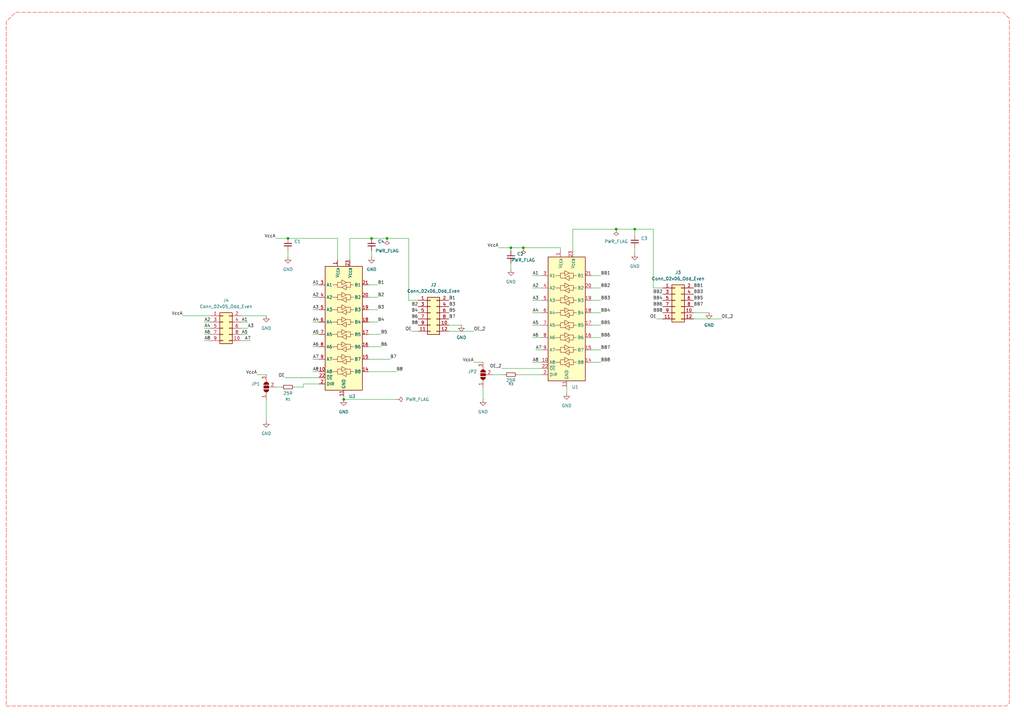
<source format=kicad_sch>
(kicad_sch (version 20250114) (generator "eeschema") (generator_version "9.0")
  (paper "A3")
  (lib_symbols
    (symbol "Connector_Generic:Conn_02x05_Odd_Even" (pin_names (offset 1.016) (hide yes))
      (property "Reference" "J" (at 1.27 7.62 0))
      (property "Value" "Conn_02x05_Odd_Even" (at 1.27 -7.62 0))
      (symbol "Conn_02x05_Odd_Even_1_1"
        (rectangle (start -1.27 6.35) (end 3.81 -6.35) (stroke (width 0.254)) (fill (type background)))
        (rectangle (start -1.27 5.207) (end 0 4.953) (stroke (width 0.1524)))
        (rectangle (start -1.27 2.667) (end 0 2.413) (stroke (width 0.1524)))
        (rectangle (start -1.27 0.127) (end 0 -0.127) (stroke (width 0.1524)))
        (rectangle (start -1.27 -2.413) (end 0 -2.667) (stroke (width 0.1524)))
        (rectangle (start -1.27 -4.953) (end 0 -5.207) (stroke (width 0.1524)))
        (rectangle (start 3.81 5.207) (end 2.54 4.953) (stroke (width 0.1524)))
        (rectangle (start 3.81 2.667) (end 2.54 2.413) (stroke (width 0.1524)))
        (rectangle (start 3.81 0.127) (end 2.54 -0.127) (stroke (width 0.1524)))
        (rectangle (start 3.81 -2.413) (end 2.54 -2.667) (stroke (width 0.1524)))
        (rectangle (start 3.81 -4.953) (end 2.54 -5.207) (stroke (width 0.1524)))
        (pin passive line (at -5.08 5.08 0) (length 3.81) (name "Pin_1") (number "1"))
        (pin passive line (at -5.08 2.54 0) (length 3.81) (name "Pin_3") (number "3"))
        (pin passive line (at -5.08 0 0) (length 3.81) (name "Pin_5") (number "5"))
        (pin passive line (at -5.08 -2.54 0) (length 3.81) (name "Pin_7") (number "7"))
        (pin passive line (at -5.08 -5.08 0) (length 3.81) (name "Pin_9") (number "9"))
        (pin passive line (at 7.62 5.08 180) (length 3.81) (name "Pin_2") (number "2"))
        (pin passive line (at 7.62 2.54 180) (length 3.81) (name "Pin_4") (number "4"))
        (pin passive line (at 7.62 0 180) (length 3.81) (name "Pin_6") (number "6"))
        (pin passive line (at 7.62 -2.54 180) (length 3.81) (name "Pin_8") (number "8"))
        (pin passive line (at 7.62 -5.08 180) (length 3.81) (name "Pin_10") (number "10"))
      )
    )
    (symbol "Connector_Generic:Conn_02x06_Odd_Even" (pin_names (offset 1.016) (hide yes))
      (property "Reference" "J" (at 1.27 7.62 0))
      (property "Value" "Conn_02x06_Odd_Even" (at 1.27 -10.16 0))
      (symbol "Conn_02x06_Odd_Even_1_1"
        (rectangle (start -1.27 6.35) (end 3.81 -8.89) (stroke (width 0.254)) (fill (type background)))
        (rectangle (start -1.27 5.207) (end 0 4.953) (stroke (width 0.1524)))
        (rectangle (start -1.27 2.667) (end 0 2.413) (stroke (width 0.1524)))
        (rectangle (start -1.27 0.127) (end 0 -0.127) (stroke (width 0.1524)))
        (rectangle (start -1.27 -2.413) (end 0 -2.667) (stroke (width 0.1524)))
        (rectangle (start -1.27 -4.953) (end 0 -5.207) (stroke (width 0.1524)))
        (rectangle (start -1.27 -7.493) (end 0 -7.747) (stroke (width 0.1524)))
        (rectangle (start 3.81 5.207) (end 2.54 4.953) (stroke (width 0.1524)))
        (rectangle (start 3.81 2.667) (end 2.54 2.413) (stroke (width 0.1524)))
        (rectangle (start 3.81 0.127) (end 2.54 -0.127) (stroke (width 0.1524)))
        (rectangle (start 3.81 -2.413) (end 2.54 -2.667) (stroke (width 0.1524)))
        (rectangle (start 3.81 -4.953) (end 2.54 -5.207) (stroke (width 0.1524)))
        (rectangle (start 3.81 -7.493) (end 2.54 -7.747) (stroke (width 0.1524)))
        (pin passive line (at -5.08 5.08 0) (length 3.81) (name "Pin_1") (number "1"))
        (pin passive line (at -5.08 2.54 0) (length 3.81) (name "Pin_3") (number "3"))
        (pin passive line (at -5.08 0 0) (length 3.81) (name "Pin_5") (number "5"))
        (pin passive line (at -5.08 -2.54 0) (length 3.81) (name "Pin_7") (number "7"))
        (pin passive line (at -5.08 -5.08 0) (length 3.81) (name "Pin_9") (number "9"))
        (pin passive line (at -5.08 -7.62 0) (length 3.81) (name "Pin_11") (number "11"))
        (pin passive line (at 7.62 5.08 180) (length 3.81) (name "Pin_2") (number "2"))
        (pin passive line (at 7.62 2.54 180) (length 3.81) (name "Pin_4") (number "4"))
        (pin passive line (at 7.62 0 180) (length 3.81) (name "Pin_6") (number "6"))
        (pin passive line (at 7.62 -2.54 180) (length 3.81) (name "Pin_8") (number "8"))
        (pin passive line (at 7.62 -5.08 180) (length 3.81) (name "Pin_10") (number "10"))
        (pin passive line (at 7.62 -7.62 180) (length 3.81) (name "Pin_12") (number "12"))
      )
    )
    (symbol "Device:C_Small" (pin_numbers (hide yes)) (pin_names (offset 0.254) (hide yes))
      (property "Reference" "C" (at 0.254 1.778 0))
      (property "Value" "C_Small" (at 0.254 -2.032 0))
      (symbol "C_Small_0_1"
        (polyline (pts (xy -1.524 0.508) (xy 1.524 0.508)) (stroke (width 0.3048)))
        (polyline (pts (xy -1.524 -0.508) (xy 1.524 -0.508)) (stroke (width 0.3302)))
      )
      (symbol "C_Small_1_1"
        (pin passive line (at 0 2.54 270) (length 2.032) (name "~") (number "1"))
        (pin passive line (at 0 -2.54 90) (length 2.032) (name "~") (number "2"))
      )
    )
    (symbol "Device:R_Small" (pin_numbers (hide yes)) (pin_names (offset 0.254) (hide yes))
      (property "Reference" "R" (at 0 0 90))
      (property "Value" "R_Small" (at 1.778 0 90))
      (symbol "R_Small_0_1"
        (rectangle (start -0.762 1.778) (end 0.762 -1.778) (stroke (width 0.2032)))
      )
      (symbol "R_Small_1_1"
        (pin passive line (at 0 2.54 270) (length 0.762) (name "~") (number "1"))
        (pin passive line (at 0 -2.54 90) (length 0.762) (name "~") (number "2"))
      )
    )
    (symbol "Jumper:SolderJumper_3_Open" (pin_names (offset 0) (hide yes)) (in_bom no)
      (property "Reference" "JP" (at -2.54 -2.54 0))
      (property "Value" "SolderJumper_3_Open" (at 0 2.794 0))
      (symbol "SolderJumper_3_Open_0_1"
        (polyline (pts (xy -2.54 0) (xy -2.032 0)))
        (polyline (pts (xy -1.016 1.016) (xy -1.016 -1.016)))
        (arc (start -1.016 -1.016) (mid -2.0276 0) (end -1.016 1.016))
        (arc (start -1.016 -1.016) (mid -2.0276 0) (end -1.016 1.016) (fill (type outline)))
        (rectangle (start -0.508 1.016) (end 0.508 -1.016) (fill (type outline)))
        (polyline (pts (xy 0 -1.27) (xy 0 -1.016)))
        (arc (start 1.016 1.016) (mid 2.0276 0) (end 1.016 -1.016))
        (arc (start 1.016 1.016) (mid 2.0276 0) (end 1.016 -1.016) (fill (type outline)))
        (polyline (pts (xy 1.016 1.016) (xy 1.016 -1.016)))
        (polyline (pts (xy 2.54 0) (xy 2.032 0)))
      )
      (symbol "SolderJumper_3_Open_1_1"
        (pin passive line (at -5.08 0 0) (length 2.54) (name "A") (number "1"))
        (pin passive line (at 0 -3.81 90) (length 2.54) (name "C") (number "2"))
        (pin passive line (at 5.08 0 180) (length 2.54) (name "B") (number "3"))
      )
    )
    (symbol "Logic_LevelTranslator:SN74LVC8T245"
      (property "Reference" "U" (at -6.35 27.94 0))
      (property "Value" "SN74LVC8T245" (at 3.81 27.94 0))
      (symbol "SN74LVC8T245_0_1"
        (rectangle (start -7.62 25.4) (end 7.62 -25.4) (stroke (width 0.254)) (fill (type background)))
        (polyline (pts (xy -2.54 17.78) (xy -2.54 18.796) (xy -0.762 18.796)))
        (polyline (pts (xy -2.54 7.62) (xy -2.54 8.636) (xy -0.762 8.636)))
        (polyline (pts (xy -2.54 -2.54) (xy -2.54 -1.524) (xy -0.762 -1.524)))
        (polyline (pts (xy -2.54 -12.7) (xy -2.54 -11.684) (xy -0.762 -11.684)))
        (polyline (pts (xy -0.762 17.78) (xy -0.762 19.812) (xy 1.016 18.796) (xy -0.762 17.78)))
        (polyline (pts (xy -0.762 16.764) (xy -2.54 16.764) (xy -2.54 17.78) (xy -4.572 17.78)))
        (polyline (pts (xy -0.762 7.62) (xy -0.762 9.652) (xy 1.016 8.636) (xy -0.762 7.62)))
        (polyline (pts (xy -0.762 6.604) (xy -2.54 6.604) (xy -2.54 7.62) (xy -4.572 7.62)))
        (polyline (pts (xy -0.762 -2.54) (xy -0.762 -0.508) (xy 1.016 -1.524) (xy -0.762 -2.54)))
        (polyline (pts (xy -0.762 -3.556) (xy -2.54 -3.556) (xy -2.54 -2.54) (xy -4.572 -2.54)))
        (polyline (pts (xy -0.762 -12.7) (xy -0.762 -10.668) (xy 1.016 -11.684) (xy -0.762 -12.7)))
        (polyline (pts (xy -0.762 -13.716) (xy -2.54 -13.716) (xy -2.54 -12.7) (xy -4.572 -12.7)))
        (polyline (pts (xy 1.016 18.796) (xy 2.794 18.796) (xy 2.794 17.78) (xy 4.064 17.78)))
        (polyline (pts (xy 1.016 17.78) (xy 1.016 16.002) (xy 1.016 15.748) (xy -0.762 16.764) (xy 1.016 17.78)))
        (polyline (pts (xy 1.016 8.636) (xy 2.794 8.636) (xy 2.794 7.62) (xy 4.064 7.62)))
        (polyline (pts (xy 1.016 7.62) (xy 1.016 5.842) (xy 1.016 5.588) (xy -0.762 6.604) (xy 1.016 7.62)))
        (polyline (pts (xy 1.016 2.54) (xy 1.016 0.762) (xy 1.016 0.508) (xy -0.762 1.524) (xy 1.016 2.54)))
        (polyline (pts (xy 1.016 -1.524) (xy 2.794 -1.524) (xy 2.794 -2.54) (xy 4.064 -2.54)))
        (polyline (pts (xy 1.016 -2.54) (xy 1.016 -4.318) (xy 1.016 -4.572) (xy -0.762 -3.556) (xy 1.016 -2.54)))
        (polyline (pts (xy 1.016 -11.684) (xy 2.794 -11.684) (xy 2.794 -12.7) (xy 4.064 -12.7)))
        (polyline (pts (xy 1.016 -12.7) (xy 1.016 -14.478) (xy 1.016 -14.732) (xy -0.762 -13.716) (xy 1.016 -12.7)))
        (polyline (pts (xy 1.016 -17.78) (xy 1.016 -19.558) (xy 1.016 -19.812) (xy -0.762 -18.796) (xy 1.016 -17.78)))
        (polyline (pts (xy 2.794 17.78) (xy 2.794 16.764) (xy 1.016 16.764)))
        (polyline (pts (xy 2.794 7.62) (xy 2.794 6.604) (xy 1.016 6.604)))
        (polyline (pts (xy 2.794 -2.54) (xy 2.794 -3.556) (xy 1.016 -3.556)))
        (polyline (pts (xy 2.794 -12.7) (xy 2.794 -13.716) (xy 1.016 -13.716)))
      )
      (symbol "SN74LVC8T245_1_1"
        (polyline (pts (xy -2.54 12.7) (xy -2.54 13.716) (xy -0.762 13.716)))
        (polyline (pts (xy -2.54 2.54) (xy -2.54 3.556) (xy -0.762 3.556)))
        (polyline (pts (xy -2.54 -7.62) (xy -2.54 -6.604) (xy -0.762 -6.604)))
        (polyline (pts (xy -2.54 -17.78) (xy -2.54 -16.764) (xy -0.762 -16.764)))
        (polyline (pts (xy -0.762 12.7) (xy -0.762 14.732) (xy 1.016 13.716) (xy -0.762 12.7)))
        (polyline (pts (xy -0.762 11.684) (xy -2.54 11.684) (xy -2.54 12.7) (xy -4.572 12.7)))
        (polyline (pts (xy -0.762 2.54) (xy -0.762 4.572) (xy 1.016 3.556) (xy -0.762 2.54)))
        (polyline (pts (xy -0.762 1.524) (xy -2.54 1.524) (xy -2.54 2.54) (xy -4.572 2.54)))
        (polyline (pts (xy -0.762 -7.62) (xy -0.762 -5.588) (xy 1.016 -6.604) (xy -0.762 -7.62)))
        (polyline (pts (xy -0.762 -8.636) (xy -2.54 -8.636) (xy -2.54 -7.62) (xy -4.572 -7.62)))
        (polyline (pts (xy -0.762 -17.78) (xy -0.762 -15.748) (xy 1.016 -16.764) (xy -0.762 -17.78)))
        (polyline (pts (xy -0.762 -18.796) (xy -2.54 -18.796) (xy -2.54 -17.78) (xy -4.572 -17.78)))
        (polyline (pts (xy 1.016 13.716) (xy 2.794 13.716) (xy 2.794 12.7) (xy 4.064 12.7)))
        (polyline (pts (xy 1.016 12.7) (xy 1.016 10.922) (xy 1.016 10.668) (xy -0.762 11.684) (xy 1.016 12.7)))
        (polyline (pts (xy 1.016 3.556) (xy 2.794 3.556) (xy 2.794 2.54) (xy 4.064 2.54)))
        (polyline (pts (xy 1.016 -6.604) (xy 2.794 -6.604) (xy 2.794 -7.62) (xy 4.064 -7.62)))
        (polyline (pts (xy 1.016 -7.62) (xy 1.016 -9.398) (xy 1.016 -9.652) (xy -0.762 -8.636) (xy 1.016 -7.62)))
        (polyline (pts (xy 1.016 -16.764) (xy 2.794 -16.764) (xy 2.794 -17.78) (xy 4.064 -17.78)))
        (polyline (pts (xy 2.794 12.7) (xy 2.794 11.684) (xy 1.016 11.684)))
        (polyline (pts (xy 2.794 2.54) (xy 2.794 1.524) (xy 1.016 1.524)))
        (polyline (pts (xy 2.794 -7.62) (xy 2.794 -8.636) (xy 1.016 -8.636)))
        (polyline (pts (xy 2.794 -17.78) (xy 2.794 -18.796) (xy 1.016 -18.796)))
        (pin bidirectional line (at -10.16 17.78 0) (length 2.54) (name "A1") (number "3"))
        (pin bidirectional line (at -10.16 12.7 0) (length 2.54) (name "A2") (number "4"))
        (pin bidirectional line (at -10.16 7.62 0) (length 2.54) (name "A3") (number "5"))
        (pin bidirectional line (at -10.16 2.54 0) (length 2.54) (name "A4") (number "6"))
        (pin bidirectional line (at -10.16 -2.54 0) (length 2.54) (name "A5") (number "7"))
        (pin bidirectional line (at -10.16 -7.62 0) (length 2.54) (name "A6") (number "8"))
        (pin bidirectional line (at -10.16 -12.7 0) (length 2.54) (name "A7") (number "9"))
        (pin bidirectional line (at -10.16 -17.78 0) (length 2.54) (name "A8") (number "10"))
        (pin input line (at -10.16 -20.32 0) (length 2.54) (name "~{OE}") (number "22"))
        (pin input line (at -10.16 -22.86 0) (length 2.54) (name "DIR") (number "2"))
        (pin power_in line (at -2.54 27.94 270) (length 2.54) (name "V_{CCA}") (number "1"))
        (pin power_in line (at 0 -27.94 90) (length 2.54) (name "GND") (number "11"))
        (pin passive line (at 0 -27.94 90) (length 2.54) (hide yes) (name "GND") (number "12"))
        (pin passive line (at 0 -27.94 90) (length 2.54) (hide yes) (name "GND") (number "13"))
        (pin power_in line (at 2.54 27.94 270) (length 2.54) (name "V_{CCB}") (number "23"))
        (pin passive line (at 2.54 27.94 270) (length 2.54) (hide yes) (name "V_{CCB}") (number "24"))
        (pin bidirectional line (at 10.16 17.78 180) (length 2.54) (name "B1") (number "21"))
        (pin bidirectional line (at 10.16 12.7 180) (length 2.54) (name "B2") (number "20"))
        (pin bidirectional line (at 10.16 7.62 180) (length 2.54) (name "B3") (number "19"))
        (pin bidirectional line (at 10.16 2.54 180) (length 2.54) (name "B4") (number "18"))
        (pin bidirectional line (at 10.16 -2.54 180) (length 2.54) (name "B5") (number "17"))
        (pin bidirectional line (at 10.16 -7.62 180) (length 2.54) (name "B6") (number "16"))
        (pin bidirectional line (at 10.16 -12.7 180) (length 2.54) (name "B7") (number "15"))
        (pin bidirectional line (at 10.16 -17.78 180) (length 2.54) (name "B8") (number "14"))
      )
    )
    (symbol "power:GND" (power) (pin_numbers (hide yes)) (pin_names (offset 0) (hide yes))
      (property "Value" "GND" (at 0 -3.81 0))
      (symbol "GND_0_1"
        (polyline (pts (xy 0 0) (xy 0 -1.27) (xy 1.27 -1.27) (xy 0 -2.54) (xy -1.27 -1.27) (xy 0 -1.27)))
      )
      (symbol "GND_1_1"
        (pin power_in line (at 0 0 270) (length 0) (name "~") (number "1"))
      )
    )
    (symbol "power:PWR_FLAG" (power) (pin_numbers (hide yes)) (pin_names (offset 0) (hide yes))
      (property "Value" "PWR_FLAG" (at 0 3.81 0))
      (symbol "PWR_FLAG_0_0"
        (pin power_out line (at 0 0 90) (length 0) (name "~") (number "1"))
      )
      (symbol "PWR_FLAG_0_1"
        (polyline (pts (xy 0 0) (xy 0 1.27) (xy -1.016 1.905) (xy 0 2.54) (xy 1.016 1.905) (xy 0 1.27)))
      )
    )
  )
  (junction (at 152.4 97.79))
  (junction (at 214.63 101.6))
  (junction (at 252.73 93.98))
  (junction (at 118.11 97.79))
  (junction (at 209.55 101.6))
  (junction (at 140.97 163.83))
  (junction (at 260.35 93.98))
  (junction (at 158.75 97.79))
  (wire (pts (xy 218.44 148.59) (xy 222.25 148.59)))
  (wire (pts (xy 118.11 102.87) (xy 118.11 105.41)))
  (wire (pts (xy 83.82 134.62) (xy 86.36 134.62)))
  (wire (pts (xy 242.57 113.03) (xy 246.38 113.03)))
  (wire (pts (xy 209.55 107.95) (xy 209.55 110.49)))
  (wire (pts (xy 205.74 151.13) (xy 222.25 151.13)))
  (wire (pts (xy 162.56 163.83) (xy 140.97 163.83)))
  (wire (pts (xy 252.73 93.98) (xy 260.35 93.98)))
  (wire (pts (xy 151.13 132.08) (xy 154.94 132.08)))
  (wire (pts (xy 151.13 121.92) (xy 154.94 121.92)))
  (wire (pts (xy 113.03 158.75) (xy 115.57 158.75)))
  (wire (pts (xy 130.81 121.92) (xy 128.27 121.92)))
  (wire (pts (xy 218.44 133.35) (xy 222.25 133.35)))
  (wire (pts (xy 120.65 158.75) (xy 124.46 158.75)))
  (wire (pts (xy 242.57 138.43) (xy 246.38 138.43)))
  (wire (pts (xy 99.06 132.08) (xy 101.6 132.08)))
  (wire (pts (xy 167.64 97.79) (xy 158.75 97.79)))
  (wire (pts (xy 242.57 143.51) (xy 246.38 143.51)))
  (wire (pts (xy 128.27 152.4) (xy 130.81 152.4)))
  (wire (pts (xy 168.91 135.89) (xy 171.45 135.89)))
  (wire (pts (xy 130.81 116.84) (xy 128.27 116.84)))
  (wire (pts (xy 116.84 154.94) (xy 130.81 154.94)))
  (wire (pts (xy 204.47 101.6) (xy 209.55 101.6)))
  (wire (pts (xy 124.46 157.48) (xy 124.46 158.75)))
  (wire (pts (xy 124.46 157.48) (xy 130.81 157.48)))
  (wire (pts (xy 242.57 118.11) (xy 246.38 118.11)))
  (wire (pts (xy 232.41 158.75) (xy 232.41 161.29)))
  (wire (pts (xy 267.97 118.11) (xy 271.78 118.11)))
  (wire (pts (xy 99.06 134.62) (xy 101.6 134.62)))
  (wire (pts (xy 290.83 128.27) (xy 284.48 128.27)))
  (wire (pts (xy 152.4 102.87) (xy 152.4 105.41)))
  (wire (pts (xy 242.57 123.19) (xy 246.38 123.19)))
  (wire (pts (xy 99.06 137.16) (xy 101.6 137.16)))
  (wire (pts (xy 151.13 116.84) (xy 154.94 116.84)))
  (wire (pts (xy 218.44 123.19) (xy 222.25 123.19)))
  (wire (pts (xy 171.45 123.19) (xy 167.64 123.19)))
  (wire (pts (xy 201.93 153.67) (xy 207.01 153.67)))
  (wire (pts (xy 128.27 147.32) (xy 130.81 147.32)))
  (wire (pts (xy 234.95 93.98) (xy 234.95 102.87)))
  (wire (pts (xy 212.09 153.67) (xy 222.25 153.67)))
  (wire (pts (xy 214.63 101.6) (xy 229.87 101.6)))
  (wire (pts (xy 218.44 138.43) (xy 222.25 138.43)))
  (wire (pts (xy 218.44 113.03) (xy 222.25 113.03)))
  (wire (pts (xy 218.44 118.11) (xy 222.25 118.11)))
  (wire (pts (xy 105.41 153.67) (xy 109.22 153.67)))
  (wire (pts (xy 143.51 97.79) (xy 143.51 106.68)))
  (wire (pts (xy 83.82 137.16) (xy 86.36 137.16)))
  (wire (pts (xy 151.13 147.32) (xy 160.02 147.32)))
  (wire (pts (xy 242.57 148.59) (xy 246.38 148.59)))
  (wire (pts (xy 260.35 93.98) (xy 267.97 93.98)))
  (wire (pts (xy 152.4 97.79) (xy 143.51 97.79)))
  (wire (pts (xy 128.27 127) (xy 130.81 127)))
  (wire (pts (xy 284.48 130.81) (xy 295.91 130.81)))
  (wire (pts (xy 151.13 137.16) (xy 156.21 137.16)))
  (wire (pts (xy 242.57 128.27) (xy 246.38 128.27)))
  (wire (pts (xy 209.55 101.6) (xy 214.63 101.6)))
  (wire (pts (xy 74.93 129.54) (xy 86.36 129.54)))
  (wire (pts (xy 151.13 127) (xy 154.94 127)))
  (wire (pts (xy 118.11 97.79) (xy 138.43 97.79)))
  (wire (pts (xy 218.44 128.27) (xy 222.25 128.27)))
  (wire (pts (xy 99.06 139.7) (xy 102.87 139.7)))
  (wire (pts (xy 83.82 132.08) (xy 86.36 132.08)))
  (wire (pts (xy 140.97 162.56) (xy 140.97 163.83)))
  (wire (pts (xy 128.27 142.24) (xy 130.81 142.24)))
  (wire (pts (xy 267.97 93.98) (xy 267.97 118.11)))
  (wire (pts (xy 99.06 129.54) (xy 109.22 129.54)))
  (wire (pts (xy 184.15 135.89) (xy 194.31 135.89)))
  (wire (pts (xy 167.64 123.19) (xy 167.64 97.79)))
  (wire (pts (xy 158.75 97.79) (xy 152.4 97.79)))
  (wire (pts (xy 83.82 139.7) (xy 86.36 139.7)))
  (wire (pts (xy 260.35 93.98) (xy 260.35 96.52)))
  (wire (pts (xy 113.03 97.79) (xy 118.11 97.79)))
  (wire (pts (xy 194.31 148.59) (xy 198.12 148.59)))
  (wire (pts (xy 242.57 133.35) (xy 246.38 133.35)))
  (wire (pts (xy 269.24 130.81) (xy 271.78 130.81)))
  (wire (pts (xy 198.12 158.75) (xy 198.12 163.83)))
  (wire (pts (xy 128.27 137.16) (xy 130.81 137.16)))
  (wire (pts (xy 229.87 101.6) (xy 229.87 102.87)))
  (wire (pts (xy 189.23 133.35) (xy 184.15 133.35)))
  (wire (pts (xy 151.13 142.24) (xy 156.21 142.24)))
  (wire (pts (xy 219.71 143.51) (xy 222.25 143.51)))
  (wire (pts (xy 234.95 93.98) (xy 252.73 93.98)))
  (wire (pts (xy 209.55 101.6) (xy 209.55 102.87)))
  (wire (pts (xy 128.27 132.08) (xy 130.81 132.08)))
  (wire (pts (xy 151.13 152.4) (xy 162.56 152.4)))
  (wire (pts (xy 109.22 163.83) (xy 109.22 172.72)))
  (wire (pts (xy 138.43 97.79) (xy 138.43 106.68)))
  (wire (pts (xy 260.35 101.6) (xy 260.35 104.14)))
  (label "VccA" (at 74.93 129.54 180))
  (label "B6" (at 171.45 130.81 180))
  (label "B4" (at 154.94 132.08 0))
  (label "B3" (at 184.15 125.73 0))
  (label "B8" (at 162.56 152.4 0))
  (label "A7" (at 219.71 143.51 0))
  (label "OE_2" (at 194.31 135.89 0))
  (label "A2" (at 83.82 132.08 0))
  (label "A1" (at 218.44 113.03 0))
  (label "A2" (at 128.27 121.92 0))
  (label "BB5" (at 284.48 123.19 0))
  (label "OE_2" (at 205.74 151.13 180))
  (label "B1" (at 184.15 123.19 0))
  (label "A1" (at 128.27 116.84 0))
  (label "A3" (at 128.27 127 0))
  (label "BB8" (at 246.38 148.59 0))
  (label "A5" (at 101.6 137.16 180))
  (label "BB6" (at 246.38 138.43 0))
  (label "BB6" (at 271.78 125.73 180))
  (label "VccA" (at 113.03 97.79 180))
  (label "BB1" (at 246.38 113.03 0))
  (label "BB7" (at 284.48 125.73 0))
  (label "B2" (at 171.45 125.73 180))
  (label "OE" (at 168.91 135.89 180))
  (label "A7" (at 102.87 139.7 180))
  (label "BB8" (at 271.78 128.27 180))
  (label "B7" (at 160.02 147.32 0))
  (label "BB3" (at 246.38 123.19 0))
  (label "A1" (at 101.6 132.08 180))
  (label "A4" (at 83.82 134.62 0))
  (label "OE_2" (at 295.91 130.81 0))
  (label "A6" (at 218.44 138.43 0))
  (label "A2" (at 218.44 118.11 0))
  (label "B1" (at 154.94 116.84 0))
  (label "A5" (at 218.44 133.35 0))
  (label "A8" (at 83.82 139.7 0))
  (label "A4" (at 218.44 128.27 0))
  (label "A7" (at 128.27 147.32 0))
  (label "BB3" (at 284.48 120.65 0))
  (label "BB4" (at 246.38 128.27 0))
  (label "A6" (at 128.27 142.24 0))
  (label "VccA" (at 204.47 101.6 180))
  (label "BB2" (at 246.38 118.11 0))
  (label "A4" (at 128.27 132.08 0))
  (label "VccA" (at 194.31 148.59 180))
  (label "B5" (at 156.21 137.16 0))
  (label "OE" (at 269.24 130.81 180))
  (label "A8" (at 128.27 152.4 0))
  (label "A8" (at 218.44 148.59 0))
  (label "B5" (at 184.15 128.27 0))
  (label "BB4" (at 271.78 123.19 180))
  (label "VccA" (at 105.41 153.67 180))
  (label "B6" (at 156.21 142.24 0))
  (label "A6" (at 83.82 137.16 0))
  (label "BB5" (at 246.38 133.35 0))
  (label "BB2" (at 271.78 120.65 180))
  (label "A3" (at 101.6 134.62 0))
  (label "B8" (at 171.45 133.35 180))
  (label "A3" (at 218.44 123.19 0))
  (label "A5" (at 128.27 137.16 0))
  (label "B7" (at 184.15 130.81 0))
  (label "BB1" (at 284.48 118.11 0))
  (label "B3" (at 154.94 127 0))
  (label "B4" (at 171.45 128.27 180))
  (label "B2" (at 154.94 121.92 0))
  (label "OE" (at 116.84 154.94 180))
  (label "BB7" (at 246.38 143.51 0))
  (rule_area (polyline (pts (xy 2.54 289.56) (xy 412.75 289.56) (xy 414.02 288.29) (xy 414.02 7.62) (xy 411.48 5.08) (xy 6.35 5.08) (xy 2.54 8.89) (xy 2.54 12.7)) (stroke (width 0) (type dash))))
  (symbol (lib_id "Jumper:SolderJumper_3_Open") (at 198.12 153.67 90) (unit 1) (in_bom no)
    (property "Reference" "JP2" (at 195.58 152.3999 90) (effects (justify left)))
    (property "Value" "SolderJumper_3_Open" (effects (hide yes)))
    (property "Footprint" "Jumper:SolderJumper-3_P1.3mm_Open_RoundedPad1.0x1.5mm" (effects (hide yes)))
    (property "Description" "Solder Jumper, 3-pole, open" (effects (hide yes)))
  )
  (symbol (lib_id "Connector_Generic:Conn_02x06_Odd_Even") (at 176.53 128.27 0) (unit 1)
    (property "Reference" "J2" (at 177.8 116.84 0))
    (property "Value" "Conn_02x06_Odd_Even" (at 177.8 119.38 0))
    (property "Footprint" "Connector_IDC:IDC-Header_2x06_P2.54mm_Vertical" (effects (hide yes)))
    (property "Description" "Generic connector, double row, 02x06, odd/even pin numbering scheme (row 1 odd numbers, row 2 even numbers), script generated (kicad-library-utils/schlib/autogen/connector/)" (effects (hide yes)))
  )
  (symbol (lib_id "power:GND") (at 152.4 105.41 0) (unit 1)
    (property "Reference" "#PWR07" (effects (hide yes)))
    (property "Value" "GND" (at 152.4 110.49 0))
    (property "Description" "Power symbol creates a global label with name \"GND\" , ground" (effects (hide yes)))
  )
  (symbol (lib_id "Connector_Generic:Conn_02x06_Odd_Even") (at 276.86 123.19 0) (unit 1)
    (property "Reference" "J3" (at 278.13 111.76 0))
    (property "Value" "Conn_02x06_Odd_Even" (at 278.13 114.3 0))
    (property "Footprint" "Connector_IDC:IDC-Header_2x06_P2.54mm_Vertical" (effects (hide yes)))
    (property "Description" "Generic connector, double row, 02x06, odd/even pin numbering scheme (row 1 odd numbers, row 2 even numbers), script generated (kicad-library-utils/schlib/autogen/connector/)" (effects (hide yes)))
  )
  (symbol (lib_id "power:PWR_FLAG") (at 252.73 93.98 180) (unit 1)
    (property "Reference" "#FLG02" (effects (hide yes)))
    (property "Value" "PWR_FLAG" (at 252.73 99.06 0))
    (property "Description" "Special symbol for telling ERC where power comes from" (effects (hide yes)))
  )
  (symbol (lib_id "power:GND") (at 209.55 110.49 0) (unit 1)
    (property "Reference" "#PWR05" (effects (hide yes)))
    (property "Value" "GND" (at 209.55 115.57 0))
    (property "Description" "Power symbol creates a global label with name \"GND\" , ground" (effects (hide yes)))
  )
  (symbol (lib_id "Device:C_Small") (at 260.35 99.06 0) (unit 1)
    (property "Reference" "C3" (at 262.89 97.7962 0) (effects (justify left)))
    (property "Value" "0.1nf" (effects (hide yes)))
    (property "Footprint" "Capacitor_SMD:C_0603_1608Metric" (effects (hide yes)))
    (property "Description" "Unpolarized capacitor, small symbol" (effects (hide yes)))
  )
  (symbol (lib_id "power:GND") (at 109.22 172.72 0) (unit 1)
    (property "Reference" "#PWR03" (effects (hide yes)))
    (property "Value" "GND" (at 109.22 177.8 0))
    (property "Description" "Power symbol creates a global label with name \"GND\" , ground" (effects (hide yes)))
  )
  (symbol (lib_id "Device:R_Small") (at 209.55 153.67 90) (unit 1)
    (property "Reference" "R3" (at 209.55 157.48 90) (effects (font (size 1.016 1.016))))
    (property "Value" "25R" (at 209.55 155.956 90))
    (property "Footprint" "Resistor_SMD:R_0603_1608Metric" (effects (hide yes)))
    (property "Description" "Resistor, small symbol" (effects (hide yes)))
  )
  (symbol (lib_id "Logic_LevelTranslator:SN74LVC8T245") (at 140.97 134.62 0) (unit 1)
    (property "Reference" "U2" (at 143.1133 162.56 0) (effects (justify left)))
    (property "Value" "SN74LVC8T245" (effects (hide yes)))
    (property "Footprint" "Package_SO:TSSOP-24_4.4x7.8mm_P0.65mm" (effects (hide yes)))
    (property "Datasheet" "https://www.ti.com/lit/ds/symlink/sn74lvc8t245.pdf" (effects (hide yes)))
    (property "Description" "8-Bit Dual-Supply Bus Transceiver With Configurable Voltage Translation and 3-State Outputs" (effects (hide yes)))
  )
  (symbol (lib_id "power:GND") (at 290.83 128.27 0) (unit 1)
    (property "Reference" "#PWR09" (effects (hide yes)))
    (property "Value" "GND" (at 290.83 133.35 0))
    (property "Description" "Power symbol creates a global label with name \"GND\" , ground" (effects (hide yes)))
  )
  (symbol (lib_id "Device:C_Small") (at 118.11 100.33 0) (unit 1)
    (property "Reference" "C1" (at 120.65 99.0662 0) (effects (justify left)))
    (property "Value" "0.1nf" (effects (hide yes)))
    (property "Footprint" "Capacitor_SMD:C_0603_1608Metric" (effects (hide yes)))
    (property "Description" "Unpolarized capacitor, small symbol" (effects (hide yes)))
  )
  (symbol (lib_id "power:GND") (at 232.41 161.29 0) (unit 1)
    (property "Reference" "#PWR02" (effects (hide yes)))
    (property "Value" "GND" (at 232.41 166.37 0))
    (property "Description" "Power symbol creates a global label with name \"GND\" , ground" (effects (hide yes)))
  )
  (symbol (lib_id "Connector_Generic:Conn_02x05_Odd_Even") (at 91.44 134.62 0) (unit 1)
    (property "Reference" "J4" (at 92.71 123.19 0))
    (property "Value" "Conn_02x05_Odd_Even" (at 92.71 125.73 0))
    (property "Footprint" "Connector_PinHeader_2.54mm:PinHeader_2x04_P2.54mm_Vertical" (effects (hide yes)))
    (property "Description" "Generic connector, double row, 02x05, odd/even pin numbering scheme (row 1 odd numbers, row 2 even numbers), script generated (kicad-library-utils/schlib/autogen/connector/)" (effects (hide yes)))
  )
  (symbol (lib_id "power:GND") (at 260.35 104.14 0) (unit 1)
    (property "Reference" "#PWR06" (effects (hide yes)))
    (property "Value" "GND" (at 260.35 109.22 0))
    (property "Description" "Power symbol creates a global label with name \"GND\" , ground" (effects (hide yes)))
  )
  (symbol (lib_id "power:GND") (at 189.23 133.35 0) (unit 1)
    (property "Reference" "#PWR08" (effects (hide yes)))
    (property "Value" "GND" (at 189.23 138.43 0))
    (property "Description" "Power symbol creates a global label with name \"GND\" , ground" (effects (hide yes)))
  )
  (symbol (lib_id "power:PWR_FLAG") (at 214.63 101.6 180) (unit 1)
    (property "Reference" "#FLG04" (effects (hide yes)))
    (property "Value" "PWR_FLAG" (at 214.63 106.68 0))
    (property "Description" "Special symbol for telling ERC where power comes from" (effects (hide yes)))
  )
  (symbol (lib_id "Device:R_Small") (at 118.11 158.75 270) (mirror x) (unit 1)
    (property "Reference" "R1" (at 118.11 163.83 90) (effects (font (size 1.016 1.016))))
    (property "Value" "25R" (at 118.11 161.29 90))
    (property "Footprint" "Resistor_SMD:R_0603_1608Metric" (effects (hide yes)))
    (property "Description" "Resistor, small symbol" (effects (hide yes)))
  )
  (symbol (lib_id "power:GND") (at 109.22 129.54 0) (unit 1)
    (property "Reference" "#PWR010" (effects (hide yes)))
    (property "Value" "GND" (at 109.22 134.62 0))
    (property "Description" "Power symbol creates a global label with name \"GND\" , ground" (effects (hide yes)))
  )
  (symbol (lib_id "power:GND") (at 198.12 163.83 0) (unit 1)
    (property "Reference" "#PWR012" (effects (hide yes)))
    (property "Value" "GND" (at 198.12 168.91 0))
    (property "Description" "Power symbol creates a global label with name \"GND\" , ground" (effects (hide yes)))
  )
  (symbol (lib_id "power:PWR_FLAG") (at 162.56 163.83 270) (unit 1)
    (property "Reference" "#FLG03" (effects (hide yes)))
    (property "Value" "PWR_FLAG" (at 166.37 163.8299 90) (effects (justify left)))
    (property "Description" "Special symbol for telling ERC where power comes from" (effects (hide yes)))
  )
  (symbol (lib_id "Logic_LevelTranslator:SN74LVC8T245") (at 232.41 130.81 0) (unit 1)
    (property "Reference" "U1" (at 234.5533 158.75 0) (effects (justify left)))
    (property "Value" "SN74LVC8T245" (effects (hide yes)))
    (property "Footprint" "Package_SO:TSSOP-24_4.4x7.8mm_P0.65mm" (effects (hide yes)))
    (property "Datasheet" "https://www.ti.com/lit/ds/symlink/sn74lvc8t245.pdf" (effects (hide yes)))
    (property "Description" "8-Bit Dual-Supply Bus Transceiver With Configurable Voltage Translation and 3-State Outputs" (effects (hide yes)))
  )
  (symbol (lib_id "Jumper:SolderJumper_3_Open") (at 109.22 158.75 90) (unit 1) (in_bom no)
    (property "Reference" "JP1" (at 106.68 157.4799 90) (effects (justify left)))
    (property "Value" "SolderJumper_3_Open" (effects (hide yes)))
    (property "Footprint" "Jumper:SolderJumper-3_P1.3mm_Open_RoundedPad1.0x1.5mm" (effects (hide yes)))
    (property "Description" "Solder Jumper, 3-pole, open" (effects (hide yes)))
  )
  (symbol (lib_id "power:PWR_FLAG") (at 158.75 97.79 180) (unit 1)
    (property "Reference" "#FLG01" (effects (hide yes)))
    (property "Value" "PWR_FLAG" (at 158.75 102.87 0))
    (property "Description" "Special symbol for telling ERC where power comes from" (effects (hide yes)))
  )
  (symbol (lib_id "power:GND") (at 140.97 163.83 0) (unit 1)
    (property "Reference" "#PWR01" (effects (hide yes)))
    (property "Value" "GND" (at 140.97 168.91 0))
    (property "Description" "Power symbol creates a global label with name \"GND\" , ground" (effects (hide yes)))
  )
  (symbol (lib_id "Device:C_Small") (at 209.55 105.41 0) (unit 1)
    (property "Reference" "C2" (at 212.09 104.1462 0) (effects (justify left)))
    (property "Value" "0.1nf" (effects (hide yes)))
    (property "Footprint" "Capacitor_SMD:C_0603_1608Metric" (effects (hide yes)))
    (property "Description" "Unpolarized capacitor, small symbol" (effects (hide yes)))
  )
  (symbol (lib_id "power:GND") (at 118.11 105.41 0) (unit 1)
    (property "Reference" "#PWR04" (effects (hide yes)))
    (property "Value" "GND" (at 118.11 110.49 0))
    (property "Description" "Power symbol creates a global label with name \"GND\" , ground" (effects (hide yes)))
  )
  (symbol (lib_id "Device:C_Small") (at 152.4 100.33 0) (unit 1)
    (property "Reference" "C4" (at 154.94 99.0662 0) (effects (justify left)))
    (property "Value" "0.1nf" (effects (hide yes)))
    (property "Footprint" "Capacitor_SMD:C_0603_1608Metric" (effects (hide yes)))
    (property "Description" "Unpolarized capacitor, small symbol" (effects (hide yes)))
  )
)
</source>
